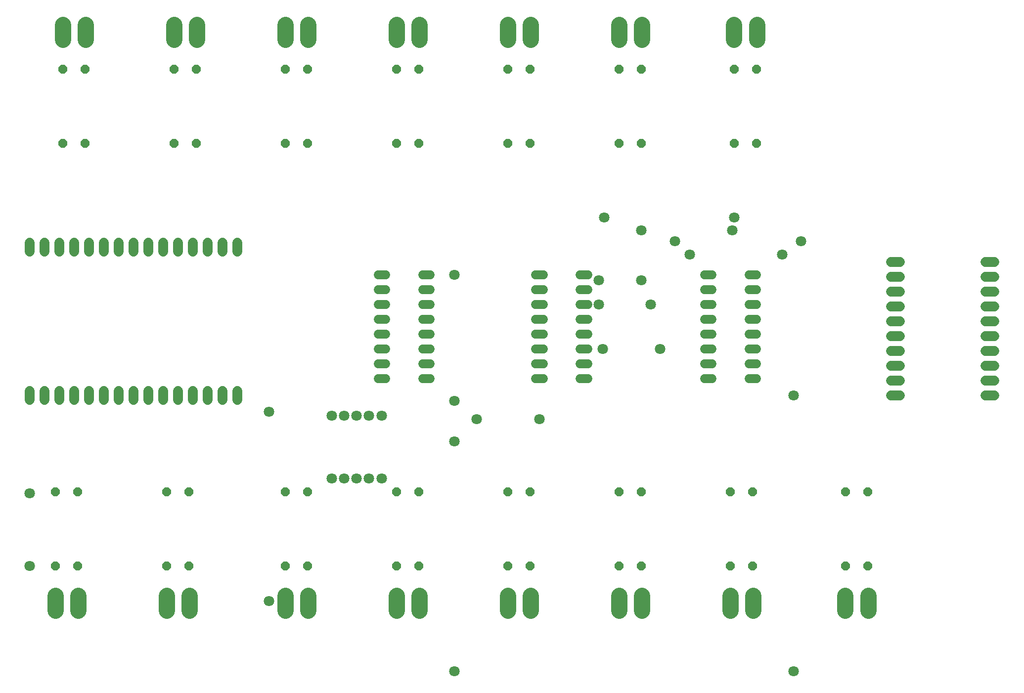
<source format=gbr>
G04 EAGLE Gerber RS-274X export*
G75*
%MOMM*%
%FSLAX34Y34*%
%LPD*%
%INSoldermask Bottom*%
%IPPOS*%
%AMOC8*
5,1,8,0,0,1.08239X$1,22.5*%
G01*
%ADD10C,1.727200*%
%ADD11P,1.649562X8X292.500000*%
%ADD12C,2.753200*%
%ADD13C,1.524000*%
%ADD14C,1.803200*%


D10*
X431800Y760095D02*
X431800Y744855D01*
X406400Y744855D02*
X406400Y760095D01*
X381000Y760095D02*
X381000Y744855D01*
X355600Y744855D02*
X355600Y760095D01*
X330200Y760095D02*
X330200Y744855D01*
X304800Y744855D02*
X304800Y760095D01*
X279400Y760095D02*
X279400Y744855D01*
X254000Y744855D02*
X254000Y760095D01*
X228600Y760095D02*
X228600Y744855D01*
X203200Y744855D02*
X203200Y760095D01*
X177800Y760095D02*
X177800Y744855D01*
X152400Y744855D02*
X152400Y760095D01*
X127000Y760095D02*
X127000Y744855D01*
X101600Y744855D02*
X101600Y760095D01*
X76200Y760095D02*
X76200Y744855D01*
D11*
X158750Y333375D03*
X158750Y206375D03*
X120650Y333375D03*
X120650Y206375D03*
D10*
X1713230Y498475D02*
X1728470Y498475D01*
X1728470Y523875D02*
X1713230Y523875D01*
X1713230Y549275D02*
X1728470Y549275D01*
X1728470Y574675D02*
X1713230Y574675D01*
X1713230Y600075D02*
X1728470Y600075D01*
X1728470Y625475D02*
X1713230Y625475D01*
X1713230Y650875D02*
X1728470Y650875D01*
X1728470Y676275D02*
X1713230Y676275D01*
X1713230Y701675D02*
X1728470Y701675D01*
X1728470Y727075D02*
X1713230Y727075D01*
X1566545Y498475D02*
X1551305Y498475D01*
X1551305Y523875D02*
X1566545Y523875D01*
X1566545Y549275D02*
X1551305Y549275D01*
X1551305Y574675D02*
X1566545Y574675D01*
X1566545Y600075D02*
X1551305Y600075D01*
X1551305Y625475D02*
X1566545Y625475D01*
X1566545Y650875D02*
X1551305Y650875D01*
X1551305Y676275D02*
X1566545Y676275D01*
X1566545Y701675D02*
X1551305Y701675D01*
X1551305Y727075D02*
X1566545Y727075D01*
D11*
X349250Y333375D03*
X349250Y206375D03*
X311150Y333375D03*
X311150Y206375D03*
X552450Y333375D03*
X552450Y206375D03*
X514350Y333375D03*
X514350Y206375D03*
X742950Y333375D03*
X742950Y206375D03*
X704850Y333375D03*
X704850Y206375D03*
X933450Y333375D03*
X933450Y206375D03*
X895350Y333375D03*
X895350Y206375D03*
X1123950Y333375D03*
X1123950Y206375D03*
X1085850Y333375D03*
X1085850Y206375D03*
X1314450Y333375D03*
X1314450Y206375D03*
X1276350Y333375D03*
X1276350Y206375D03*
X1511300Y333375D03*
X1511300Y206375D03*
X1473200Y333375D03*
X1473200Y206375D03*
X1282700Y1057275D03*
X1282700Y930275D03*
X1123950Y1057275D03*
X1123950Y930275D03*
X1085850Y1057275D03*
X1085850Y930275D03*
X933450Y1057275D03*
X933450Y930275D03*
X895350Y1057275D03*
X895350Y930275D03*
X742950Y1057275D03*
X742950Y930275D03*
X704850Y1057275D03*
X704850Y930275D03*
X552450Y1057275D03*
X552450Y930275D03*
X361950Y1057275D03*
X361950Y930275D03*
X323850Y1057275D03*
X323850Y930275D03*
X133350Y1057275D03*
X133350Y930275D03*
X1320800Y1057275D03*
X1320800Y930275D03*
X514350Y1057275D03*
X514350Y930275D03*
D12*
X1281950Y1108025D02*
X1281950Y1133525D01*
X1321550Y1133525D02*
X1321550Y1108025D01*
X1085100Y1108025D02*
X1085100Y1133525D01*
X1124700Y1133525D02*
X1124700Y1108025D01*
X894600Y1108025D02*
X894600Y1133525D01*
X934200Y1133525D02*
X934200Y1108025D01*
X704100Y1108025D02*
X704100Y1133525D01*
X743700Y1133525D02*
X743700Y1108025D01*
X513600Y1108025D02*
X513600Y1133525D01*
X553200Y1133525D02*
X553200Y1108025D01*
X323100Y1108025D02*
X323100Y1133525D01*
X362700Y1133525D02*
X362700Y1108025D01*
X132600Y1108025D02*
X132600Y1133525D01*
X172200Y1133525D02*
X172200Y1108025D01*
X1472450Y155625D02*
X1472450Y130125D01*
X1512050Y130125D02*
X1512050Y155625D01*
X1275600Y155625D02*
X1275600Y130125D01*
X1315200Y130125D02*
X1315200Y155625D01*
X1085100Y155625D02*
X1085100Y130125D01*
X1124700Y130125D02*
X1124700Y155625D01*
X894600Y155625D02*
X894600Y130125D01*
X934200Y130125D02*
X934200Y155625D01*
X704100Y155625D02*
X704100Y130125D01*
X743700Y130125D02*
X743700Y155625D01*
X513600Y155625D02*
X513600Y130125D01*
X553200Y130125D02*
X553200Y155625D01*
X310400Y155625D02*
X310400Y130125D01*
X350000Y130125D02*
X350000Y155625D01*
X119900Y155625D02*
X119900Y130125D01*
X159500Y130125D02*
X159500Y155625D01*
D10*
X431800Y490855D02*
X431800Y506095D01*
X406400Y506095D02*
X406400Y490855D01*
X381000Y490855D02*
X381000Y506095D01*
X355600Y506095D02*
X355600Y490855D01*
X330200Y490855D02*
X330200Y506095D01*
X304800Y506095D02*
X304800Y490855D01*
X279400Y490855D02*
X279400Y506095D01*
X254000Y506095D02*
X254000Y490855D01*
X228600Y490855D02*
X228600Y506095D01*
X203200Y506095D02*
X203200Y490855D01*
X177800Y490855D02*
X177800Y506095D01*
X152400Y506095D02*
X152400Y490855D01*
X127000Y490855D02*
X127000Y506095D01*
X101600Y506095D02*
X101600Y490855D01*
X76200Y490855D02*
X76200Y506095D01*
D11*
X171450Y1057275D03*
X171450Y930275D03*
D13*
X749046Y704850D02*
X762254Y704850D01*
X762254Y679450D02*
X749046Y679450D01*
X749046Y552450D02*
X762254Y552450D01*
X762254Y527050D02*
X749046Y527050D01*
X749046Y654050D02*
X762254Y654050D01*
X762254Y628650D02*
X749046Y628650D01*
X749046Y577850D02*
X762254Y577850D01*
X762254Y603250D02*
X749046Y603250D01*
X686054Y527050D02*
X672846Y527050D01*
X672846Y552450D02*
X686054Y552450D01*
X686054Y577850D02*
X672846Y577850D01*
X672846Y603250D02*
X686054Y603250D01*
X686054Y628650D02*
X672846Y628650D01*
X672846Y654050D02*
X686054Y654050D01*
X686054Y679450D02*
X672846Y679450D01*
X672846Y704850D02*
X686054Y704850D01*
X942721Y527050D02*
X955929Y527050D01*
X955929Y552450D02*
X942721Y552450D01*
X942721Y679450D02*
X955929Y679450D01*
X955929Y704850D02*
X942721Y704850D01*
X942721Y577850D02*
X955929Y577850D01*
X955929Y603250D02*
X942721Y603250D01*
X942721Y654050D02*
X955929Y654050D01*
X955929Y628650D02*
X942721Y628650D01*
X1018921Y704850D02*
X1032129Y704850D01*
X1032129Y679450D02*
X1018921Y679450D01*
X1018921Y654050D02*
X1032129Y654050D01*
X1032129Y628650D02*
X1018921Y628650D01*
X1018921Y603250D02*
X1032129Y603250D01*
X1032129Y577850D02*
X1018921Y577850D01*
X1018921Y552450D02*
X1032129Y552450D01*
X1032129Y527050D02*
X1018921Y527050D01*
X1231646Y527050D02*
X1244854Y527050D01*
X1244854Y552450D02*
X1231646Y552450D01*
X1231646Y679450D02*
X1244854Y679450D01*
X1244854Y704850D02*
X1231646Y704850D01*
X1231646Y577850D02*
X1244854Y577850D01*
X1244854Y603250D02*
X1231646Y603250D01*
X1231646Y654050D02*
X1244854Y654050D01*
X1244854Y628650D02*
X1231646Y628650D01*
X1307846Y704850D02*
X1321054Y704850D01*
X1321054Y679450D02*
X1307846Y679450D01*
X1307846Y654050D02*
X1321054Y654050D01*
X1321054Y628650D02*
X1307846Y628650D01*
X1307846Y603250D02*
X1321054Y603250D01*
X1321054Y577850D02*
X1307846Y577850D01*
X1307846Y552450D02*
X1321054Y552450D01*
X1321054Y527050D02*
X1307846Y527050D01*
D14*
X679450Y355600D03*
X679450Y463550D03*
X635811Y355600D03*
X635811Y463550D03*
X593725Y355600D03*
X593725Y463550D03*
X1050925Y695325D03*
X1123950Y695325D03*
X1050925Y654050D03*
X1139825Y654050D03*
X1057275Y577850D03*
X1155700Y577850D03*
X1181100Y762000D03*
X1397000Y762000D03*
X1206500Y739775D03*
X1365250Y739775D03*
X1279525Y781050D03*
X1123950Y781050D03*
X1282700Y803275D03*
X1060450Y803275D03*
X657225Y355600D03*
X657225Y463550D03*
X485775Y469900D03*
X485775Y146050D03*
X614397Y355600D03*
X614397Y463550D03*
X76200Y330200D03*
X76200Y206375D03*
X1384300Y25717D03*
X1384300Y498475D03*
X803275Y704850D03*
X803275Y25717D03*
X949325Y457200D03*
X841375Y457200D03*
X803275Y419100D03*
X803275Y488950D03*
M02*

</source>
